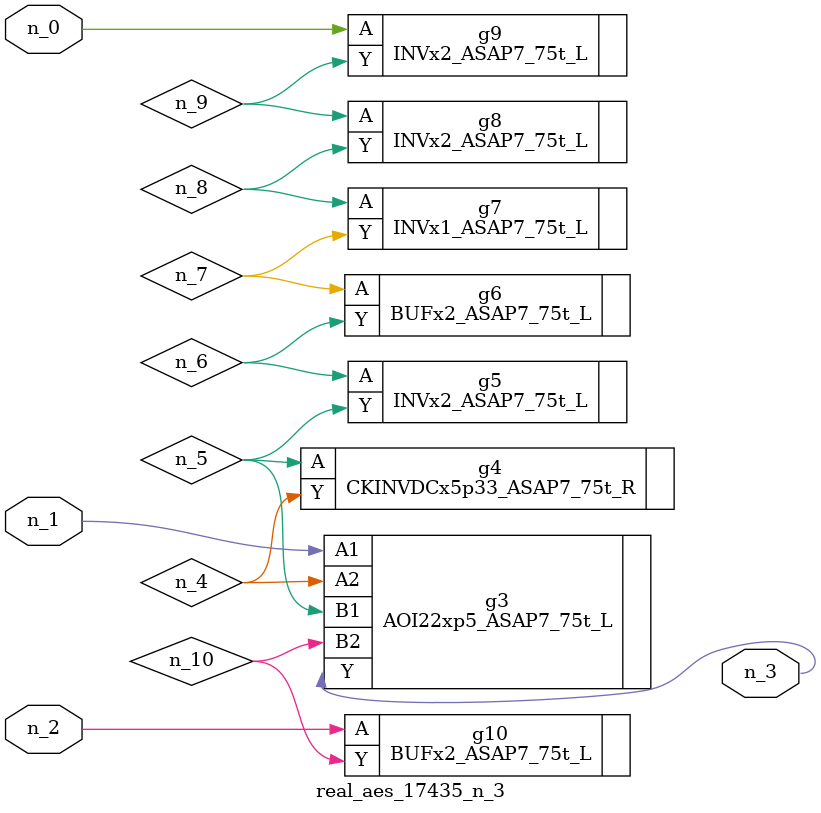
<source format=v>
module real_aes_17435_n_3 (n_0, n_2, n_1, n_3);
input n_0;
input n_2;
input n_1;
output n_3;
wire n_4;
wire n_5;
wire n_7;
wire n_8;
wire n_6;
wire n_9;
wire n_10;
INVx2_ASAP7_75t_L g9 ( .A(n_0), .Y(n_9) );
AOI22xp5_ASAP7_75t_L g3 ( .A1(n_1), .A2(n_4), .B1(n_5), .B2(n_10), .Y(n_3) );
BUFx2_ASAP7_75t_L g10 ( .A(n_2), .Y(n_10) );
CKINVDCx5p33_ASAP7_75t_R g4 ( .A(n_5), .Y(n_4) );
INVx2_ASAP7_75t_L g5 ( .A(n_6), .Y(n_5) );
BUFx2_ASAP7_75t_L g6 ( .A(n_7), .Y(n_6) );
INVx1_ASAP7_75t_L g7 ( .A(n_8), .Y(n_7) );
INVx2_ASAP7_75t_L g8 ( .A(n_9), .Y(n_8) );
endmodule
</source>
